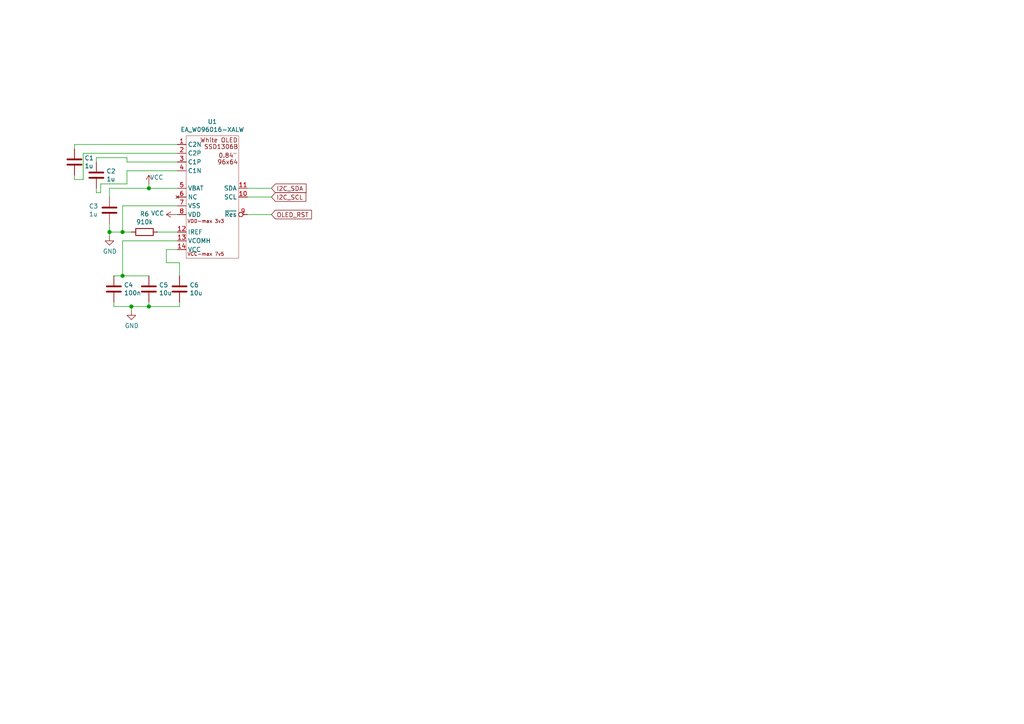
<source format=kicad_sch>
(kicad_sch (version 20201015) (generator eeschema)

  (paper "A4")

  (lib_symbols
    (symbol "Device:C" (pin_numbers hide) (pin_names (offset 0.254)) (in_bom yes) (on_board yes)
      (property "Reference" "C" (id 0) (at 0.635 2.54 0)
        (effects (font (size 1.27 1.27)) (justify left))
      )
      (property "Value" "C" (id 1) (at 0.635 -2.54 0)
        (effects (font (size 1.27 1.27)) (justify left))
      )
      (property "Footprint" "" (id 2) (at 0.9652 -3.81 0)
        (effects (font (size 1.27 1.27)) hide)
      )
      (property "Datasheet" "~" (id 3) (at 0 0 0)
        (effects (font (size 1.27 1.27)) hide)
      )
      (property "ki_keywords" "cap capacitor" (id 4) (at 0 0 0)
        (effects (font (size 1.27 1.27)) hide)
      )
      (property "ki_description" "Unpolarized capacitor" (id 5) (at 0 0 0)
        (effects (font (size 1.27 1.27)) hide)
      )
      (property "ki_fp_filters" "C_*" (id 6) (at 0 0 0)
        (effects (font (size 1.27 1.27)) hide)
      )
      (symbol "C_0_1"
        (polyline
          (pts
            (xy -2.032 -0.762)
            (xy 2.032 -0.762)
          )
          (stroke (width 0.508)) (fill (type none))
        )
        (polyline
          (pts
            (xy -2.032 0.762)
            (xy 2.032 0.762)
          )
          (stroke (width 0.508)) (fill (type none))
        )
      )
      (symbol "C_1_1"
        (pin passive line (at 0 3.81 270) (length 2.794)
          (name "~" (effects (font (size 1.27 1.27))))
          (number "1" (effects (font (size 1.27 1.27))))
        )
        (pin passive line (at 0 -3.81 90) (length 2.794)
          (name "~" (effects (font (size 1.27 1.27))))
          (number "2" (effects (font (size 1.27 1.27))))
        )
      )
    )
    (symbol "Device:R" (pin_numbers hide) (pin_names (offset 0)) (in_bom yes) (on_board yes)
      (property "Reference" "R" (id 0) (at 2.032 0 90)
        (effects (font (size 1.27 1.27)))
      )
      (property "Value" "R" (id 1) (at 0 0 90)
        (effects (font (size 1.27 1.27)))
      )
      (property "Footprint" "" (id 2) (at -1.778 0 90)
        (effects (font (size 1.27 1.27)) hide)
      )
      (property "Datasheet" "~" (id 3) (at 0 0 0)
        (effects (font (size 1.27 1.27)) hide)
      )
      (property "ki_keywords" "R res resistor" (id 4) (at 0 0 0)
        (effects (font (size 1.27 1.27)) hide)
      )
      (property "ki_description" "Resistor" (id 5) (at 0 0 0)
        (effects (font (size 1.27 1.27)) hide)
      )
      (property "ki_fp_filters" "R_*" (id 6) (at 0 0 0)
        (effects (font (size 1.27 1.27)) hide)
      )
      (symbol "R_0_1"
        (rectangle (start -1.016 -2.54) (end 1.016 2.54)
          (stroke (width 0.254)) (fill (type none))
        )
      )
      (symbol "R_1_1"
        (pin passive line (at 0 3.81 270) (length 1.27)
          (name "~" (effects (font (size 1.27 1.27))))
          (number "1" (effects (font (size 1.27 1.27))))
        )
        (pin passive line (at 0 -3.81 90) (length 1.27)
          (name "~" (effects (font (size 1.27 1.27))))
          (number "2" (effects (font (size 1.27 1.27))))
        )
      )
    )
    (symbol "Display:EA_W096016-XALW" (in_bom yes) (on_board yes)
      (property "Reference" "U" (id 0) (at -15.24 22.86 0)
        (effects (font (size 1.27 1.27)))
      )
      (property "Value" "EA_W096016-XALW" (id 1) (at 0 22.86 0)
        (effects (font (size 1.27 1.27)))
      )
      (property "Footprint" "" (id 2) (at 0 0 0)
        (effects (font (size 1.27 1.27)) hide)
      )
      (property "Datasheet" "" (id 3) (at 0 0 0)
        (effects (font (size 1.27 1.27)) hide)
      )
      (symbol "EA_W096016-XALW_0_0"
        (text "VDD-max 3v3" (at -1.905 -4.445 0)
          (effects (font (size 1 1)))
        )
        (text "VCC-max 7v5" (at -1.905 -13.97 0)
          (effects (font (size 1 1)))
        )
        (text "White OLED" (at 1.905 19.05 0)
          (effects (font (size 1.27 1.27)))
        )
        (text "96x64" (at 4.445 12.7 0)
          (effects (font (size 1.27 1.27)))
        )
        (text "0.84\"" (at 4.445 14.605 0)
          (effects (font (size 1.27 1.27)))
        )
        (text "SSD1306B" (at 2.54 17.145 0)
          (effects (font (size 1.27 1.27)))
        )
      )
      (symbol "EA_W096016-XALW_0_1"
        (rectangle (start -7.62 20.32) (end 7.62 -15.24)
          (stroke (width 0.0006)) (fill (type none))
        )
      )
      (symbol "EA_W096016-XALW_1_1"
        (pin input line (at -10.16 17.78 0) (length 2.54)
          (name "C2N" (effects (font (size 1.27 1.27))))
          (number "1" (effects (font (size 1.27 1.27))))
        )
        (pin input line (at -10.16 15.24 0) (length 2.54)
          (name "C2P" (effects (font (size 1.27 1.27))))
          (number "2" (effects (font (size 1.27 1.27))))
        )
        (pin input line (at -10.16 12.7 0) (length 2.54)
          (name "C1P" (effects (font (size 1.27 1.27))))
          (number "3" (effects (font (size 1.27 1.27))))
        )
        (pin input line (at -10.16 10.16 0) (length 2.54)
          (name "C1N" (effects (font (size 1.27 1.27))))
          (number "4" (effects (font (size 1.27 1.27))))
        )
        (pin power_in line (at -10.16 5.08 0) (length 2.54)
          (name "VBAT" (effects (font (size 1.27 1.27))))
          (number "5" (effects (font (size 1.27 1.27))))
        )
        (pin unconnected line (at -10.16 2.54 0) (length 2.54)
          (name "NC" (effects (font (size 1.27 1.27))))
          (number "6" (effects (font (size 1.27 1.27))))
        )
        (pin power_in line (at -10.16 0 0) (length 2.54)
          (name "VSS" (effects (font (size 1.27 1.27))))
          (number "7" (effects (font (size 1.27 1.27))))
        )
        (pin power_in line (at -10.16 -2.54 0) (length 2.54)
          (name "VDD" (effects (font (size 1.27 1.27))))
          (number "8" (effects (font (size 1.27 1.27))))
        )
        (pin input inverted (at 10.16 -2.54 180) (length 2.54)
          (name "~Res" (effects (font (size 1.27 1.27))))
          (number "9" (effects (font (size 1.27 1.27))))
        )
        (pin input line (at 10.16 2.54 180) (length 2.54)
          (name "SCL" (effects (font (size 1.27 1.27))))
          (number "10" (effects (font (size 1.27 1.27))))
        )
        (pin input line (at 10.16 5.08 180) (length 2.54)
          (name "SDA" (effects (font (size 1.27 1.27))))
          (number "11" (effects (font (size 1.27 1.27))))
        )
        (pin input line (at -10.16 -7.62 0) (length 2.54)
          (name "IREF" (effects (font (size 1.27 1.27))))
          (number "12" (effects (font (size 1.27 1.27))))
        )
        (pin input line (at -10.16 -10.16 0) (length 2.54)
          (name "VCOMH" (effects (font (size 1.27 1.27))))
          (number "13" (effects (font (size 1.27 1.27))))
        )
        (pin input line (at -10.16 -12.7 0) (length 2.54)
          (name "VCC" (effects (font (size 1.27 1.27))))
          (number "14" (effects (font (size 1.27 1.27))))
        )
      )
    )
    (symbol "power:GND" (power) (pin_names (offset 0)) (in_bom yes) (on_board yes)
      (property "Reference" "#PWR" (id 0) (at 0 -6.35 0)
        (effects (font (size 1.27 1.27)) hide)
      )
      (property "Value" "GND" (id 1) (at 0 -3.81 0)
        (effects (font (size 1.27 1.27)))
      )
      (property "Footprint" "" (id 2) (at 0 0 0)
        (effects (font (size 1.27 1.27)) hide)
      )
      (property "Datasheet" "" (id 3) (at 0 0 0)
        (effects (font (size 1.27 1.27)) hide)
      )
      (property "ki_keywords" "power-flag" (id 4) (at 0 0 0)
        (effects (font (size 1.27 1.27)) hide)
      )
      (property "ki_description" "Power symbol creates a global label with name \"GND\" , ground" (id 5) (at 0 0 0)
        (effects (font (size 1.27 1.27)) hide)
      )
      (symbol "GND_0_1"
        (polyline
          (pts
            (xy 0 0)
            (xy 0 -1.27)
            (xy 1.27 -1.27)
            (xy 0 -2.54)
            (xy -1.27 -1.27)
            (xy 0 -1.27)
          )
          (stroke (width 0)) (fill (type none))
        )
      )
      (symbol "GND_1_1"
        (pin power_in line (at 0 0 270) (length 0) hide
          (name "GND" (effects (font (size 1.27 1.27))))
          (number "1" (effects (font (size 1.27 1.27))))
        )
      )
    )
    (symbol "power:VCC" (power) (pin_names (offset 0)) (in_bom yes) (on_board yes)
      (property "Reference" "#PWR" (id 0) (at 0 -3.81 0)
        (effects (font (size 1.27 1.27)) hide)
      )
      (property "Value" "VCC" (id 1) (at 0 3.81 0)
        (effects (font (size 1.27 1.27)))
      )
      (property "Footprint" "" (id 2) (at 0 0 0)
        (effects (font (size 1.27 1.27)) hide)
      )
      (property "Datasheet" "" (id 3) (at 0 0 0)
        (effects (font (size 1.27 1.27)) hide)
      )
      (property "ki_keywords" "power-flag" (id 4) (at 0 0 0)
        (effects (font (size 1.27 1.27)) hide)
      )
      (property "ki_description" "Power symbol creates a global label with name \"VCC\"" (id 5) (at 0 0 0)
        (effects (font (size 1.27 1.27)) hide)
      )
      (symbol "VCC_0_1"
        (polyline
          (pts
            (xy -0.762 1.27)
            (xy 0 2.54)
          )
          (stroke (width 0)) (fill (type none))
        )
        (polyline
          (pts
            (xy 0 0)
            (xy 0 2.54)
          )
          (stroke (width 0)) (fill (type none))
        )
        (polyline
          (pts
            (xy 0 2.54)
            (xy 0.762 1.27)
          )
          (stroke (width 0)) (fill (type none))
        )
      )
      (symbol "VCC_1_1"
        (pin power_in line (at 0 0 90) (length 0) hide
          (name "VCC" (effects (font (size 1.27 1.27))))
          (number "1" (effects (font (size 1.27 1.27))))
        )
      )
    )
  )

  (junction (at 31.75 67.31) (diameter 1.016) (color 0 0 0 0))
  (junction (at 35.56 67.31) (diameter 1.016) (color 0 0 0 0))
  (junction (at 35.56 80.01) (diameter 1.016) (color 0 0 0 0))
  (junction (at 38.1 88.9) (diameter 1.016) (color 0 0 0 0))
  (junction (at 43.18 54.61) (diameter 1.016) (color 0 0 0 0))
  (junction (at 43.18 88.9) (diameter 1.016) (color 0 0 0 0))

  (wire (pts (xy 21.59 41.91) (xy 21.59 43.18))
    (stroke (width 0) (type solid) (color 0 0 0 0))
  )
  (wire (pts (xy 21.59 41.91) (xy 51.435 41.91))
    (stroke (width 0) (type solid) (color 0 0 0 0))
  )
  (wire (pts (xy 21.59 50.8) (xy 21.59 52.07))
    (stroke (width 0) (type solid) (color 0 0 0 0))
  )
  (wire (pts (xy 21.59 52.07) (xy 24.13 52.07))
    (stroke (width 0) (type solid) (color 0 0 0 0))
  )
  (wire (pts (xy 24.13 44.45) (xy 51.435 44.45))
    (stroke (width 0) (type solid) (color 0 0 0 0))
  )
  (wire (pts (xy 24.13 52.07) (xy 24.13 44.45))
    (stroke (width 0) (type solid) (color 0 0 0 0))
  )
  (wire (pts (xy 27.94 45.72) (xy 36.83 45.72))
    (stroke (width 0) (type solid) (color 0 0 0 0))
  )
  (wire (pts (xy 27.94 46.99) (xy 27.94 45.72))
    (stroke (width 0) (type solid) (color 0 0 0 0))
  )
  (wire (pts (xy 27.94 54.61) (xy 27.94 55.88))
    (stroke (width 0) (type solid) (color 0 0 0 0))
  )
  (wire (pts (xy 27.94 55.88) (xy 29.21 55.88))
    (stroke (width 0) (type solid) (color 0 0 0 0))
  )
  (wire (pts (xy 29.21 53.34) (xy 36.83 53.34))
    (stroke (width 0) (type solid) (color 0 0 0 0))
  )
  (wire (pts (xy 29.21 55.88) (xy 29.21 53.34))
    (stroke (width 0) (type solid) (color 0 0 0 0))
  )
  (wire (pts (xy 31.75 54.61) (xy 31.75 57.15))
    (stroke (width 0) (type solid) (color 0 0 0 0))
  )
  (wire (pts (xy 31.75 54.61) (xy 43.18 54.61))
    (stroke (width 0) (type solid) (color 0 0 0 0))
  )
  (wire (pts (xy 31.75 64.77) (xy 31.75 67.31))
    (stroke (width 0) (type solid) (color 0 0 0 0))
  )
  (wire (pts (xy 31.75 67.31) (xy 31.75 68.58))
    (stroke (width 0) (type solid) (color 0 0 0 0))
  )
  (wire (pts (xy 31.75 67.31) (xy 35.56 67.31))
    (stroke (width 0) (type solid) (color 0 0 0 0))
  )
  (wire (pts (xy 33.02 87.63) (xy 33.02 88.9))
    (stroke (width 0) (type solid) (color 0 0 0 0))
  )
  (wire (pts (xy 33.02 88.9) (xy 38.1 88.9))
    (stroke (width 0) (type solid) (color 0 0 0 0))
  )
  (wire (pts (xy 35.56 59.69) (xy 35.56 67.31))
    (stroke (width 0) (type solid) (color 0 0 0 0))
  )
  (wire (pts (xy 35.56 59.69) (xy 51.435 59.69))
    (stroke (width 0) (type solid) (color 0 0 0 0))
  )
  (wire (pts (xy 35.56 67.31) (xy 38.1 67.31))
    (stroke (width 0) (type solid) (color 0 0 0 0))
  )
  (wire (pts (xy 35.56 69.85) (xy 35.56 80.01))
    (stroke (width 0) (type solid) (color 0 0 0 0))
  )
  (wire (pts (xy 35.56 80.01) (xy 33.02 80.01))
    (stroke (width 0) (type solid) (color 0 0 0 0))
  )
  (wire (pts (xy 35.56 80.01) (xy 43.18 80.01))
    (stroke (width 0) (type solid) (color 0 0 0 0))
  )
  (wire (pts (xy 36.83 45.72) (xy 36.83 46.99))
    (stroke (width 0) (type solid) (color 0 0 0 0))
  )
  (wire (pts (xy 36.83 46.99) (xy 51.435 46.99))
    (stroke (width 0) (type solid) (color 0 0 0 0))
  )
  (wire (pts (xy 36.83 49.53) (xy 51.435 49.53))
    (stroke (width 0) (type solid) (color 0 0 0 0))
  )
  (wire (pts (xy 36.83 53.34) (xy 36.83 49.53))
    (stroke (width 0) (type solid) (color 0 0 0 0))
  )
  (wire (pts (xy 38.1 88.9) (xy 38.1 90.17))
    (stroke (width 0) (type solid) (color 0 0 0 0))
  )
  (wire (pts (xy 43.18 53.34) (xy 43.18 54.61))
    (stroke (width 0) (type solid) (color 0 0 0 0))
  )
  (wire (pts (xy 43.18 54.61) (xy 51.435 54.61))
    (stroke (width 0) (type solid) (color 0 0 0 0))
  )
  (wire (pts (xy 43.18 87.63) (xy 43.18 88.9))
    (stroke (width 0) (type solid) (color 0 0 0 0))
  )
  (wire (pts (xy 43.18 88.9) (xy 38.1 88.9))
    (stroke (width 0) (type solid) (color 0 0 0 0))
  )
  (wire (pts (xy 43.18 88.9) (xy 52.07 88.9))
    (stroke (width 0) (type solid) (color 0 0 0 0))
  )
  (wire (pts (xy 45.72 67.31) (xy 51.435 67.31))
    (stroke (width 0) (type solid) (color 0 0 0 0))
  )
  (wire (pts (xy 48.26 72.39) (xy 48.26 76.2))
    (stroke (width 0) (type solid) (color 0 0 0 0))
  )
  (wire (pts (xy 48.26 76.2) (xy 52.07 76.2))
    (stroke (width 0) (type solid) (color 0 0 0 0))
  )
  (wire (pts (xy 50.8 62.23) (xy 51.435 62.23))
    (stroke (width 0) (type solid) (color 0 0 0 0))
  )
  (wire (pts (xy 51.435 69.85) (xy 35.56 69.85))
    (stroke (width 0) (type solid) (color 0 0 0 0))
  )
  (wire (pts (xy 51.435 72.39) (xy 48.26 72.39))
    (stroke (width 0) (type solid) (color 0 0 0 0))
  )
  (wire (pts (xy 52.07 76.2) (xy 52.07 80.01))
    (stroke (width 0) (type solid) (color 0 0 0 0))
  )
  (wire (pts (xy 52.07 87.63) (xy 52.07 88.9))
    (stroke (width 0) (type solid) (color 0 0 0 0))
  )
  (wire (pts (xy 71.755 54.61) (xy 78.74 54.61))
    (stroke (width 0) (type solid) (color 0 0 0 0))
  )
  (wire (pts (xy 71.755 57.15) (xy 78.74 57.15))
    (stroke (width 0) (type solid) (color 0 0 0 0))
  )
  (wire (pts (xy 71.755 62.23) (xy 78.74 62.23))
    (stroke (width 0) (type solid) (color 0 0 0 0))
  )

  (global_label "I2C_SDA" (shape input) (at 78.74 54.61 0)    (property "Intersheet References" "${INTERSHEET_REFS}" (id 0) (at 90.2971 54.5306 0)
      (effects (font (size 1.27 1.27)) (justify left) hide)
    )

    (effects (font (size 1.27 1.27)) (justify left))
  )
  (global_label "I2C_SCL" (shape input) (at 78.74 57.15 0)    (property "Intersheet References" "${INTERSHEET_REFS}" (id 0) (at 90.2366 57.0706 0)
      (effects (font (size 1.27 1.27)) (justify left) hide)
    )

    (effects (font (size 1.27 1.27)) (justify left))
  )
  (global_label "OLED_RST" (shape input) (at 78.74 62.23 0)    (property "Intersheet References" "${INTERSHEET_REFS}" (id 0) (at 91.8695 62.1506 0)
      (effects (font (size 1.27 1.27)) (justify left) hide)
    )

    (effects (font (size 1.27 1.27)) (justify left))
  )

  (symbol (lib_id "power:VCC") (at 43.18 53.34 0) (unit 1)
    (in_bom yes) (on_board yes)
    (uuid "a4af79de-e13e-463e-8249-6512542ae6f8")
    (property "Reference" "#PWR0119" (id 0) (at 43.18 57.15 0)
      (effects (font (size 1.27 1.27)) hide)
    )
    (property "Value" "VCC" (id 1) (at 43.5483 51.4349 0)
      (effects (font (size 1.27 1.27)) (justify left))
    )
    (property "Footprint" "" (id 2) (at 43.18 53.34 0)
      (effects (font (size 1.27 1.27)) hide)
    )
    (property "Datasheet" "" (id 3) (at 43.18 53.34 0)
      (effects (font (size 1.27 1.27)) hide)
    )
  )

  (symbol (lib_id "power:VCC") (at 50.8 62.23 90) (unit 1)
    (in_bom yes) (on_board yes)
    (uuid "0dbac01b-b33b-45b5-b5f3-873ee6b11e8f")
    (property "Reference" "#PWR0118" (id 0) (at 54.61 62.23 0)
      (effects (font (size 1.27 1.27)) hide)
    )
    (property "Value" "VCC" (id 1) (at 47.6249 61.8617 90)
      (effects (font (size 1.27 1.27)) (justify left))
    )
    (property "Footprint" "" (id 2) (at 50.8 62.23 0)
      (effects (font (size 1.27 1.27)) hide)
    )
    (property "Datasheet" "" (id 3) (at 50.8 62.23 0)
      (effects (font (size 1.27 1.27)) hide)
    )
  )

  (symbol (lib_id "power:GND") (at 31.75 68.58 0) (unit 1)
    (in_bom yes) (on_board yes)
    (uuid "252dd3d5-5aee-4e5a-b09b-b8cb9753e5c1")
    (property "Reference" "#PWR0117" (id 0) (at 31.75 74.93 0)
      (effects (font (size 1.27 1.27)) hide)
    )
    (property "Value" "GND" (id 1) (at 31.8643 72.9044 0))
    (property "Footprint" "" (id 2) (at 31.75 68.58 0)
      (effects (font (size 1.27 1.27)) hide)
    )
    (property "Datasheet" "" (id 3) (at 31.75 68.58 0)
      (effects (font (size 1.27 1.27)) hide)
    )
  )

  (symbol (lib_id "power:GND") (at 38.1 90.17 0) (unit 1)
    (in_bom yes) (on_board yes)
    (uuid "214348d4-7e99-43c2-b4b2-a8b60345dde0")
    (property "Reference" "#PWR0116" (id 0) (at 38.1 96.52 0)
      (effects (font (size 1.27 1.27)) hide)
    )
    (property "Value" "GND" (id 1) (at 38.2143 94.4944 0))
    (property "Footprint" "" (id 2) (at 38.1 90.17 0)
      (effects (font (size 1.27 1.27)) hide)
    )
    (property "Datasheet" "" (id 3) (at 38.1 90.17 0)
      (effects (font (size 1.27 1.27)) hide)
    )
  )

  (symbol (lib_id "Device:R") (at 41.91 67.31 90) (unit 1)
    (in_bom yes) (on_board yes)
    (uuid "a07a85b0-16e7-43fa-ad08-261262e3483e")
    (property "Reference" "R6" (id 0) (at 41.91 62.0838 90))
    (property "Value" "910k" (id 1) (at 41.91 64.3825 90))
    (property "Footprint" "Resistor_SMD:R_0603_1608Metric" (id 2) (at 41.91 69.088 90)
      (effects (font (size 1.27 1.27)) hide)
    )
    (property "Datasheet" "~" (id 3) (at 41.91 67.31 0)
      (effects (font (size 1.27 1.27)) hide)
    )
  )

  (symbol (lib_id "Device:C") (at 21.59 46.99 0) (unit 1)
    (in_bom yes) (on_board yes)
    (uuid "b962f165-53c6-4cbc-9258-ae332802846a")
    (property "Reference" "C1" (id 0) (at 24.5111 45.8406 0)
      (effects (font (size 1.27 1.27)) (justify left))
    )
    (property "Value" "1u" (id 1) (at 24.5111 48.1393 0)
      (effects (font (size 1.27 1.27)) (justify left))
    )
    (property "Footprint" "Capacitor_SMD:C_0805_2012Metric" (id 2) (at 22.5552 50.8 0)
      (effects (font (size 1.27 1.27)) hide)
    )
    (property "Datasheet" "~" (id 3) (at 21.59 46.99 0)
      (effects (font (size 1.27 1.27)) hide)
    )
    (property "Distri" "Reichelt" (id 4) (at 21.59 46.99 0)
      (effects (font (size 1.27 1.27)) hide)
    )
    (property "Link" "https://www.reichelt.de/vielschicht-kerko-1-0-f-25v-85-c-kem-x5r0805-1-0u-p207085.html?search=X5R-G0805+10%2F16" (id 5) (at 21.59 46.99 0)
      (effects (font (size 1.27 1.27)) hide)
    )
  )

  (symbol (lib_id "Device:C") (at 27.94 50.8 0) (unit 1)
    (in_bom yes) (on_board yes)
    (uuid "8fd43161-dcf3-4369-89a4-3647bfa708a7")
    (property "Reference" "C2" (id 0) (at 30.8611 49.6506 0)
      (effects (font (size 1.27 1.27)) (justify left))
    )
    (property "Value" "1u" (id 1) (at 30.8611 51.9493 0)
      (effects (font (size 1.27 1.27)) (justify left))
    )
    (property "Footprint" "Capacitor_SMD:C_0805_2012Metric" (id 2) (at 28.9052 54.61 0)
      (effects (font (size 1.27 1.27)) hide)
    )
    (property "Datasheet" "~" (id 3) (at 27.94 50.8 0)
      (effects (font (size 1.27 1.27)) hide)
    )
    (property "Distri" "Reichelt" (id 4) (at 27.94 50.8 0)
      (effects (font (size 1.27 1.27)) hide)
    )
    (property "Link" "https://www.reichelt.de/vielschicht-kerko-1-0-f-25v-85-c-kem-x5r0805-1-0u-p207085.html?search=X5R-G0805+10%2F16" (id 5) (at 27.94 50.8 0)
      (effects (font (size 1.27 1.27)) hide)
    )
  )

  (symbol (lib_id "Device:C") (at 31.75 60.96 0) (unit 1)
    (in_bom yes) (on_board yes)
    (uuid "751e34d3-16f9-424d-80d0-37d1abd25e17")
    (property "Reference" "C3" (id 0) (at 25.7811 59.8106 0)
      (effects (font (size 1.27 1.27)) (justify left))
    )
    (property "Value" "1u" (id 1) (at 25.7811 62.1093 0)
      (effects (font (size 1.27 1.27)) (justify left))
    )
    (property "Footprint" "Capacitor_SMD:C_0805_2012Metric" (id 2) (at 32.7152 64.77 0)
      (effects (font (size 1.27 1.27)) hide)
    )
    (property "Datasheet" "~" (id 3) (at 31.75 60.96 0)
      (effects (font (size 1.27 1.27)) hide)
    )
    (property "Distri" "Reichelt" (id 4) (at 31.75 60.96 0)
      (effects (font (size 1.27 1.27)) hide)
    )
    (property "Link" "https://www.reichelt.de/vielschicht-kerko-1-0-f-25v-85-c-kem-x5r0805-1-0u-p207085.html?search=X5R-G0805+10%2F16" (id 5) (at 31.75 60.96 0)
      (effects (font (size 1.27 1.27)) hide)
    )
  )

  (symbol (lib_id "Device:C") (at 33.02 83.82 0) (unit 1)
    (in_bom yes) (on_board yes)
    (uuid "7a2c0ef0-85b5-47de-b73c-1093e08782af")
    (property "Reference" "C4" (id 0) (at 35.9411 82.6706 0)
      (effects (font (size 1.27 1.27)) (justify left))
    )
    (property "Value" "100n" (id 1) (at 35.9411 84.9693 0)
      (effects (font (size 1.27 1.27)) (justify left))
    )
    (property "Footprint" "Capacitor_SMD:C_0603_1608Metric" (id 2) (at 33.9852 87.63 0)
      (effects (font (size 1.27 1.27)) hide)
    )
    (property "Datasheet" "~" (id 3) (at 33.02 83.82 0)
      (effects (font (size 1.27 1.27)) hide)
    )
    (property "Distri" "Reichelt" (id 4) (at 33.02 83.82 0)
      (effects (font (size 1.27 1.27)) hide)
    )
    (property "Link" "https://www.reichelt.de/smd-vielschicht-keramikkondensator-100n-10--x7r-g0603-100n-p31873.html?&trstct=pos_3&nbc=1" (id 5) (at 33.02 83.82 0)
      (effects (font (size 1.27 1.27)) hide)
    )
  )

  (symbol (lib_id "Device:C") (at 43.18 83.82 0) (unit 1)
    (in_bom yes) (on_board yes)
    (uuid "9f668c93-2ec9-4de8-ab04-581d20e5ff70")
    (property "Reference" "C5" (id 0) (at 46.1011 82.6706 0)
      (effects (font (size 1.27 1.27)) (justify left))
    )
    (property "Value" "10u" (id 1) (at 46.1011 84.9693 0)
      (effects (font (size 1.27 1.27)) (justify left))
    )
    (property "Footprint" "Capacitor_SMD:C_0805_2012Metric" (id 2) (at 44.1452 87.63 0)
      (effects (font (size 1.27 1.27)) hide)
    )
    (property "Datasheet" "~" (id 3) (at 43.18 83.82 0)
      (effects (font (size 1.27 1.27)) hide)
    )
    (property "Distri" "Reichelt" (id 4) (at 43.18 83.82 0)
      (effects (font (size 1.27 1.27)) hide)
    )
    (property "Link" "https://www.reichelt.de/smd-vielschichtkondensator-g0805-10-f-16v-x5r-g0805-10-16-p89734.html?search=0805+10uF" (id 5) (at 43.18 83.82 0)
      (effects (font (size 1.27 1.27)) hide)
    )
  )

  (symbol (lib_id "Device:C") (at 52.07 83.82 0) (unit 1)
    (in_bom yes) (on_board yes)
    (uuid "44d16e07-7be6-48c8-85c2-a24a2ae48efe")
    (property "Reference" "C6" (id 0) (at 54.9911 82.6706 0)
      (effects (font (size 1.27 1.27)) (justify left))
    )
    (property "Value" "10u" (id 1) (at 54.9911 84.9693 0)
      (effects (font (size 1.27 1.27)) (justify left))
    )
    (property "Footprint" "Capacitor_SMD:C_0805_2012Metric" (id 2) (at 53.0352 87.63 0)
      (effects (font (size 1.27 1.27)) hide)
    )
    (property "Datasheet" "~" (id 3) (at 52.07 83.82 0)
      (effects (font (size 1.27 1.27)) hide)
    )
    (property "Distri" "Reichelt" (id 4) (at 52.07 83.82 0)
      (effects (font (size 1.27 1.27)) hide)
    )
    (property "Link" "https://www.reichelt.de/smd-vielschichtkondensator-g0805-10-f-16v-x5r-g0805-10-16-p89734.html?search=0805+10uF" (id 5) (at 52.07 83.82 0)
      (effects (font (size 1.27 1.27)) hide)
    )
  )

  (symbol (lib_id "Display:EA_W096016-XALW") (at 61.595 59.69 0) (unit 1)
    (in_bom yes) (on_board yes)
    (uuid "d704e54b-a0b4-417e-8658-f18dc2296d13")
    (property "Reference" "U1" (id 0) (at 61.595 35.2865 0))
    (property "Value" "EA_W096016-XALW" (id 1) (at 61.595 37.5852 0))
    (property "Footprint" "Display:EA W096016-XA" (id 2) (at 61.595 59.69 0)
      (effects (font (size 1.27 1.27)) hide)
    )
    (property "Datasheet" "https://cdn-reichelt.de/documents/datenblatt/A500/W096016-XA.pdf" (id 3) (at 61.595 59.69 0)
      (effects (font (size 1.27 1.27)) hide)
    )
    (property "Distri" "Reichelt" (id 4) (at 61.595 59.69 0)
      (effects (font (size 1.27 1.27)) hide)
    )
    (property "Link" "https://www.reichelt.de/nano-grafik-oled-0-84-zoll-96x16-dot-weiss-ea-w096016-xalw-p259807.html?&trstct=pos_12&nbc=1" (id 5) (at 61.595 59.69 0)
      (effects (font (size 1.27 1.27)) hide)
    )
  )
)

</source>
